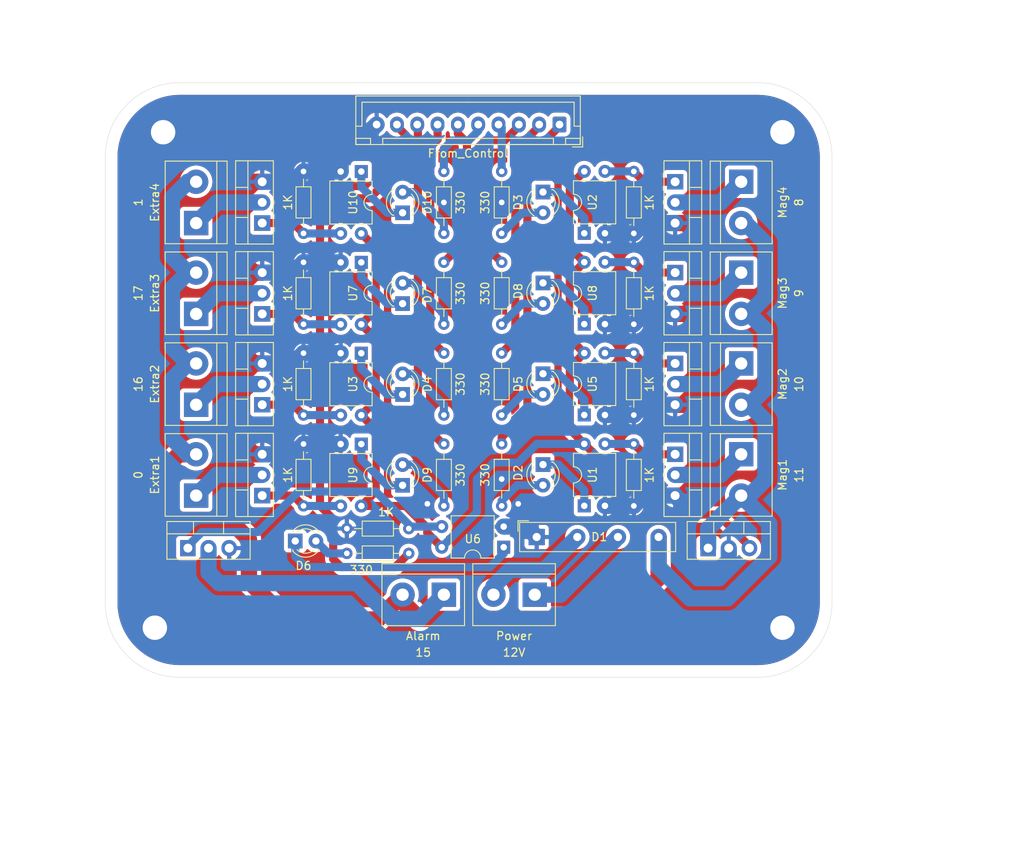
<source format=kicad_pcb>
(kicad_pcb (version 20240108) (generator "pcbnew") (generator_version "8.0")
  (layers (0 "F.Cu" signal) (31 "B.Cu" signal) (34 "B.Paste" user) (35 "F.Paste" user) (36 "B.SilkS" user "B.Silkscreen") (37 "F.SilkS" user "F.Silkscreen") (38 "B.Mask" user) (39 "F.Mask" user) (44 "Edge.Cuts" user))
  (net 0 "")
  (net 1 "GND")
  (net 2 "/Pwr1")
  (net 3 "/Rect_Out_12v")
  (net 4 "/Pwr1_Gnd")
  (net 5 "Net-(D2-K)")
  (net 6 "Net-(D2-A)")
  (net 7 "Net-(D3-K)")
  (net 8 "Net-(D3-A)")
  (net 9 "Net-(D4-K)")
  (net 10 "Net-(D4-A)")
  (net 11 "Net-(D5-A)")
  (net 12 "Net-(D5-K)")
  (net 13 "Net-(D6-A)")
  (net 14 "Net-(D6-K)")
  (net 15 "Net-(D7-A)")
  (net 16 "Net-(D7-K)")
  (net 17 "Net-(D8-A)")
  (net 18 "Net-(D8-K)")
  (net 19 "Net-(D9-K)")
  (net 20 "Net-(D9-A)")
  (net 21 "Net-(D10-K)")
  (net 22 "Net-(D10-A)")
  (net 23 "/mag1_gnd")
  (net 24 "/mag4_gnd")
  (net 25 "/extra2_gnd")
  (net 26 "/15")
  (net 27 "/11")
  (net 28 "/8")
  (net 29 "/1")
  (net 30 "/16")
  (net 31 "/0")
  (net 32 "/17")
  (net 33 "/10")
  (net 34 "/9")
  (net 35 "/mag2_gnd")
  (net 36 "/alarm_gnd")
  (net 37 "/extra3_gnd")
  (net 38 "/mag3_gnd")
  (net 39 "/extra1_gnd")
  (net 40 "/extra4_gnd")
  (net 41 "Net-(Q1-G)")
  (net 42 "Net-(Q2-G)")
  (net 43 "Net-(Q3-G)")
  (net 44 "Net-(Q4-G)")
  (net 45 "Net-(Q5-G)")
  (net 46 "Net-(Q6-G)")
  (net 47 "Net-(Q7-G)")
  (net 48 "Net-(Q8-G)")
  (net 49 "Net-(Q9-G)")
  (net 50 "/Rect_Out_5v")
  (footprint "MyLibrary:TerminalBlock_bornier-2_P5.08mm" (layer "F.Cu") (at 129.796 50.812 -90)
    (property "Reference" "Mag4")
    (property "Value" "Mag4")
  )
  (footprint "Package_DIP:DIP-4_W7.62mm" (layer "F.Cu") (at 100.576 95.775 180)
    (property "Reference" "U6")
    (property "Value" "EL817")
  )
  (footprint "Package_TO_SOT_THT:TO-220-3_Vertical" (layer "F.Cu") (at 70.868 78.244 90)
    (property "Reference" "Q3" (hide yes))
    (property "Value" "IRF9540N")
  )
  (footprint "Resistor_THT:R_Axial_DIN0204_L3.6mm_D1.6mm_P7.62mm_Horizontal" (layer "F.Cu") (at 100.332 49.542 -90)
    (property "Reference" "330")
    (property "Value" "330")
  )
  (footprint "Package_TO_SOT_THT:TO-220-3_Vertical" (layer "F.Cu") (at 121.668 84.34 -90)
    (property "Reference" "Q1" (hide yes))
    (property "Value" "IRF9540N")
  )
  (footprint "MyLibrary:TerminalBlock_bornier-2_P5.08mm" (layer "F.Cu") (at 93.22 101.612 180)
    (property "Reference" "Alarm")
    (property "Value" "Alarm")
  )
  (footprint "Package_DIP:DIP-4_W7.62mm" (layer "F.Cu") (at 110.492 68.328 90)
    (property "Reference" "U8")
    (property "Value" "EL817")
  )
  (footprint "LED_THT:LED_D3.0mm" (layer "F.Cu") (at 105.412 74.429 -90)
    (property "Reference" "D5")
    (property "Value" "LED")
  )
  (footprint "Resistor_THT:R_Axial_DIN0204_L3.6mm_D1.6mm_P7.62mm_Horizontal" (layer "F.Cu") (at 93.22 71.894 -90)
    (property "Reference" "330")
    (property "Value" "330")
  )
  (footprint "Package_DIP:DIP-4_W7.62mm" (layer "F.Cu") (at 110.492 90.68 90)
    (property "Reference" "U1")
    (property "Value" "EL817")
  )
  (footprint "Resistor_THT:R_Axial_DIN0204_L3.6mm_D1.6mm_P7.62mm_Horizontal" (layer "F.Cu") (at 75.948 68.338 90)
    (property "Reference" "1K")
    (property "Value" "1K")
  )
  (footprint "Resistor_THT:R_Axial_DIN0204_L3.6mm_D1.6mm_P7.62mm_Horizontal" (layer "F.Cu") (at 100.332 83.07 -90)
    (property "Reference" "330")
    (property "Value" "330")
  )
  (footprint "MyLibrary:TerminalBlock_bornier-2_P5.08mm" (layer "F.Cu") (at 129.796 84.34 -90)
    (property "Reference" "Mag1")
    (property "Value" "Mag1")
  )
  (footprint "Package_TO_SOT_THT:TO-220-3_Vertical" (layer "F.Cu") (at 121.668 61.988 -90)
    (property "Reference" "Q7" (hide yes))
    (property "Value" "IRF9540N")
  )
  (footprint "LED_THT:LED_D3.0mm" (layer "F.Cu") (at 88.14 65.803 90)
    (property "Reference" "D7")
    (property "Value" "LED")
  )
  (footprint "Package_TO_SOT_THT:TO-220-3_Vertical" (layer "F.Cu") (at 61.724 95.8825)
    (property "Reference" "Q5" (hide yes))
    (property "Value" "IRF9540N")
  )
  (footprint "MyLibrary:TerminalBlock_bornier-2_P5.08mm" (layer "F.Cu") (at 104.396 101.612 180)
    (property "Reference" "Power")
    (property "Value" "main_power")
  )
  (footprint "LED_THT:LED_D3.0mm" (layer "F.Cu") (at 105.412 85.605 -90)
    (property "Reference" "D2")
    (property "Value" "LED")
  )
  (footprint "Package_TO_SOT_THT:TO-220-3_Vertical" (layer "F.Cu") (at 70.868 67.068 90)
    (property "Reference" "Q6" (hide yes))
    (property "Value" "IRF9540N")
  )
  (footprint "Package_TO_SOT_THT:TO-220-3_Vertical" (layer "F.Cu") (at 70.868 89.42 90)
    (property "Reference" "Q8" (hide yes))
    (property "Value" "IRF9540N")
  )
  (footprint "Resistor_THT:R_Axial_DIN0204_L3.6mm_D1.6mm_P7.62mm_Horizontal" (layer "F.Cu") (at 100.332 71.894 -90)
    (property "Reference" "330")
    (property "Value" "330")
  )
  (footprint "Package_DIP:DIP-4_W7.62mm" (layer "F.Cu") (at 110.492 57.152 90)
    (property "Reference" "U2")
    (property "Value" "EL817")
  )
  (footprint "MyLibrary:TerminalBlock_bornier-2_P5.08mm" (layer "F.Cu") (at 129.796 61.988 -90)
    (property "Reference" "Mag3")
    (property "Value" "Mag3")
  )
  (footprint "Package_TO_SOT_THT:TO-220-3_Vertical" (layer "F.Cu") (at 125.732 95.8825)
    (property "Reference" "U4" (hide yes))
    (property "Value" "L7805")
  )
  (footprint "LED_THT:LED_D3.0mm" (layer "F.Cu") (at 105.412 63.253 -90)
    (property "Reference" "D8")
    (property "Value" "LED")
  )
  (footprint "MyLibrary:TerminalBlock_bornier-2_P5.08mm" (layer "F.Cu") (at 129.796 73.164 -90)
    (property "Reference" "Mag2")
    (property "Value" "Mag2")
  )
  (footprint "Package_TO_SOT_THT:TO-220-3_Vertical" (layer "F.Cu") (at 70.868 55.892 90)
    (property "Reference" "Q9" (hide yes))
    (property "Value" "IRF9540N")
  )
  (footprint "Diode_THT:Diode_Bridge_19.0x3.5x10.0mm_P5.0mm" (layer "F.Cu") (at 104.636 94.5175)
    (property "Reference" "D1")
    (property "Value" "B40C2300-1500A")
  )
  (footprint "Resistor_THT:R_Axial_DIN0204_L3.6mm_D1.6mm_P7.62mm_Horizontal" (layer "F.Cu") (at 75.948 79.514 90)
    (property "Reference" "1K")
    (property "Value" "1K")
  )
  (footprint "Resistor_THT:R_Axial_DIN0204_L3.6mm_D1.6mm_P7.62mm_Horizontal" (layer "F.Cu") (at 88.902 96.532 180)
    (property "Reference" "330")
    (property "Value" "330")
  )
  (footprint "Package_TO_SOT_THT:TO-220-3_Vertical" (layer "F.Cu") (at 121.668 50.812 -90)
    (property "Reference" "Q2" (hide yes))
    (property "Value" "IRF9540N")
  )
  (footprint "LED_THT:LED_D3.0mm" (layer "F.Cu") (at 88.14 88.155 90)
    (property "Reference" "D9")
    (property "Value" "LED")
  )
  (footprint "Resistor_THT:R_Axial_DIN0204_L3.6mm_D1.6mm_P7.62mm_Horizontal" (layer "F.Cu") (at 116.588 83.07 -90)
    (property "Reference" "1K")
    (property "Value" "1K")
  )
  (footprint "MyLibrary:TerminalBlock_bornier-2_P5.08mm" (layer "F.Cu") (at 62.74 89.42 90)
    (property "Reference" "Extra1")
    (property "Value" "Extra1")
  )
  (footprint "Package_DIP:DIP-4_W7.62mm" (layer "F.Cu") (at 83.06 60.728 -90)
    (property "Reference" "U7")
    (property "Value" "EL817")
  )
  (footprint "Package_DIP:DIP-4_W7.62mm" (layer "F.Cu") (at 83.06 49.552 -90)
    (property "Reference" "U10")
    (property "Value" "EL817")
  )
  (footprint "LED_THT:LED_D3.0mm" (layer "F.Cu") (at 88.14 76.979 90)
    (property "Reference" "D4")
    (property "Value" "LED")
  )
  (footprint "LED_THT:LED_D3.0mm" (layer "F.Cu") (at 74.932 95.008)
    (property "Reference" "D6")
    (property "Value" "LED")
  )
  (footprint "Resistor_THT:R_Axial_DIN0204_L3.6mm_D1.6mm_P7.62mm_Horizontal" (layer "F.Cu") (at 116.588 49.542 -90)
    (property "Reference" "1K")
    (property "Value" "1K")
  )
  (footprint "Resistor_THT:R_Axial_DIN0204_L3.6mm_D1.6mm_P7.62mm_Horizontal" (layer "F.Cu") (at 93.22 83.07 -90)
    (property "Reference" "330")
    (property "Value" "330")
  )
  (footprint "Resistor_THT:R_Axial_DIN0204_L3.6mm_D1.6mm_P7.62mm_Horizontal" (layer "F.Cu") (at 93.22 49.542 -90)
    (property "Reference" "330")
    (property "Value" "330")
  )
  (footprint "Package_DIP:DIP-4_W7.62mm" (layer "F.Cu") (at 83.06 71.904 -90)
    (property "Reference" "U3")
    (property "Value" "EL817")
  )
  (footprint "Package_TO_SOT_THT:TO-220-3_Vertical" (layer "F.Cu") (at 121.668 73.164 -90)
    (property "Reference" "Q4" (hide yes))
    (property "Value" "IRF9540N")
  )
  (footprint "Resistor_THT:R_Axial_DIN0204_L3.6mm_D1.6mm_P7.62mm_Horizontal" (layer "F.Cu") (at 100.332 60.718 -90)
    (property "Reference" "330")
    (property "Value" "330")
  )
  (footprint "Resistor_THT:R_Axial_DIN0204_L3.6mm_D1.6mm_P7.62mm_Horizontal" (layer "F.Cu") (at 116.588 60.718 -90)
    (property "Reference" "1K")
    (property "Value" "1K")
  )
  (footprint "Resistor_THT:R_Axial_DIN0204_L3.6mm_D1.6mm_P7.62mm_Horizontal" (layer "F.Cu") (at 93.22 60.718 -90)
    (property "Reference" "330")
    (property "Value" "330")
  )
  (footprint "MyLibrary:TerminalBlock_bornier-2_P5.08mm" (layer "F.Cu") (at 62.74 55.892 90)
    (property "Reference" "Extra4")
    (property "Value" "Extra4")
  )
  (footprint "Resistor_THT:R_Axial_DIN0204_L3.6mm_D1.6mm_P7.62mm_Horizontal" (layer "F.Cu") (at 116.588 71.894 -90)
    (property "Reference" "1K")
    (property "Value" "1K")
  )
  (footprint "MyLibrary:TerminalBlock_bornier-2_P5.08mm" (layer "F.Cu") (at 62.74 78.244 90)
    (property "Reference" "Extra2")
    (property "Value" "Extra2")
  )
  (footprint "Resistor_THT:R_Axial_DIN0204_L3.6mm_D1.6mm_P7.62mm_Horizontal" (layer "F.Cu") (at 75.948 57.162 90)
    (property "Reference" "1K")
    (property "Value" "1K")
  )
  (footprint "MyLibrary:TerminalBlock_bornier-2_P5.08mm" (layer "F.Cu") (at 62.74 67.068 90)
    (property "Reference" "Extra3")
    (property "Value" "Extra3")
  )
  (footprint "Resistor_THT:R_Axial_DIN0204_L3.6mm_D1.6mm_P7.62mm_Horizontal" (layer "F.Cu") (at 88.902 93.484 180)
    (property "Reference" "1K")
    (property "Value" "1K")
  )
  (footprint "Connector_JST:JST_XH_B10B-XH-A_1x10_P2.50mm_Vertical" (layer "F.Cu") (at 107.444 43.772 180)
    (property "Reference" "From_Control")
    (property "Value" "from_control")
  )
  (footprint "LED_THT:LED_D3.0mm" (layer "F.Cu") (at 88.14 54.627 90)
    (property "Reference" "D10")
    (property "Value" "LED")
  )
  (footprint "Resistor_THT:R_Axial_DIN0204_L3.6mm_D1.6mm_P7.62mm_Horizontal" (layer "F.Cu") (at 75.948 90.69 90)
    (property "Reference" "1K")
    (property "Value" "1K")
  )
  (footprint "Package_DIP:DIP-4_W7.62mm" (layer "F.Cu") (at 83.06 83.08 -90)
    (property "Reference" "U9")
    (property "Value" "EL817")
  )
  (footprint "LED_THT:LED_D3.0mm" (layer "F.Cu") (at 105.412 52.077 -90)
    (property "Reference" "D3")
    (property "Value" "LED")
  )
  (footprint "Package_DIP:DIP-4_W7.62mm" (layer "F.Cu") (at 110.492 79.504 90)
    (property "Reference" "U5")
    (property "Value" "EL817")
  )
  (gr_line (start 140.972 47.764) (end 140.972 102.628) (stroke (width 0.05)) (layer "Edge.Cuts"))
  (gr_line (start 51.564 102.628) (end 51.564 47.764) (stroke (width 0.05)) (layer "Edge.Cuts"))
  (gr_arc (start 140.972 102.628) (mid 138.293784 109.093784) (end 131.828 111.772) (stroke (width 0.05)) (layer "Edge.Cuts"))
  (gr_arc (start 60.708 111.772) (mid 54.242216 109.093784) (end 51.564 102.628) (stroke (width 0.05)) (layer "Edge.Cuts"))
  (gr_line (start 131.828 111.772) (end 60.708 111.772) (stroke (width 0.05)) (layer "Edge.Cuts"))
  (gr_line (start 60.708 38.62) (end 131.828 38.62) (stroke (width 0.05)) (layer "Edge.Cuts"))
  (gr_arc (start 131.828 38.62) (mid 138.293784 41.298216) (end 140.972 47.764) (stroke (width 0.05)) (layer "Edge.Cuts"))
  (gr_arc (start 51.564 47.764) (mid 54.242216 41.298216) (end 60.708 38.62) (stroke (width 0.05)) (layer "Edge.Cuts"))
  (gr_text "17" (at 55.628 64.528 90) (layer "F.SilkS") (effects (font (size 1 1))))
  (gr_text "1" (at 55.628 53.352001 90) (layer "F.SilkS") (effects (font (size 1 1))))
  (gr_text "9" (at 136.908 64.528001 90) (layer "F.SilkS") (effects (font (size 1 1))))
  (gr_text "8\n" (at 136.908 53.352001 90) (layer "F.SilkS") (effects (font (size 1 1))))
  (gr_text "11" (at 136.908 86.88 90) (layer "F.SilkS") (effects (font (size 1 1))))
  (gr_text "12V" (at 101.856 108.724 0) (layer "F.SilkS") (effects (font (size 1 1))))
  (gr_text "16\n" (at 55.628 75.704 90) (layer "F.SilkS") (effects (font (size 1 1))))
  (gr_text "10" (at 136.908 75.704 90) (layer "F.SilkS") (effects (font (size 1 1))))
  (gr_text "15" (at 90.68 108.724 0) (layer "F.SilkS") (effects (font (size 1 1))))
  (gr_text "0" (at 55.628 86.880001 90) (layer "F.SilkS") (effects (font (size 1 1))))
  (segment (start 69.920426 61.988) (end 68.388 63.520426) (width 2) (layer "F.Cu") (net 1))
  (segment (start 69.920426 50.812) (end 68.388 52.344426) (width 2) (layer "F.Cu") (net 1))
  (segment (start 124.148 87.92) (end 122.648 89.42) (width 2) (layer "F.Cu") (net 1))
  (segment (start 68.388 52.344426) (end 68.388 60.524) (width 2) (layer "F.Cu") (net 1))
  (segment (start 68.388 71.7) (end 69.852 73.164) (width 2) (layer "F.Cu") (net 1))
  (segment (start 69.852 61.988) (end 70.868 61.988) (width 2) (layer "F.Cu") (net 1))
  (segment (start 124.148 68.216) (end 124.148 76.711574) (width 2) (layer "F.Cu") (net 1))
  (segment (start 69.852 84.34) (end 70.868 84.34) (width 2) (layer "F.Cu") (net 1))
  (segment (start 68.388 63.520426) (end 68.388 71.7) (width 2) (layer "F.Cu") (net 1))
  (segment (start 70.868 73.164) (end 69.920426 73.164) (width 2) (layer "F.Cu") (net 1))
  (segment (start 68.388 82.876) (end 69.852 84.34) (width 2) (layer "F.Cu") (net 1))
  (segment (start 124.148 65.92) (end 123 67.068) (width 2) (layer "F.Cu") (net 1))
  (segment (start 68.388 74.696426) (end 68.388 82.876) (width 2) (layer "F.Cu") (net 1))
  (segment (start 123.268 78.244) (end 124.148 79.124) (width 2) (layer "F.Cu") (net 1))
  (segment (start 121.668 78.244) (end 123.268 78.244) (width 2) (layer "F.Cu") (net 1))
  (segment (start 124.148 76.711574) (end 122.615574 78.244) (width 2) (layer "F.Cu") (net 1))
  (segment (start 69.852 73.164) (end 70.868 73.164) (width 2) (layer "F.Cu") (net 1))
  (segment (start 122.648 89.42) (end 121.668 89.42) (width 2) (layer "F.Cu") (net 1))
  (segment (start 124.148 57.124) (end 124.148 65.92) (width 2) (layer "F.Cu") (net 1))
  (segment (start 70.868 61.988) (end 69.920426 61.988) (width 2) (layer "F.Cu") (net 1))
  (segment (start 69.920426 73.164) (end 68.388 74.696426) (width 2) (layer "F.Cu") (net 1))
  (segment (start 123 67.068) (end 124.148 68.216) (width 2) (layer "F.Cu") (net 1))
  (segment (start 122.916 55.892) (end 124.148 57.124) (width 2) (layer "F.Cu") (net 1))
  (segment (start 121.668 55.892) (end 122.916 55.892) (width 2) (layer "F.Cu") (net 1))
  (segment (start 124.148 79.124) (end 124.148 87.92) (width 2) (layer "F.Cu") (net 1))
  (segment (start 70.868 50.812) (end 69.920426 50.812) (width 2) (layer "F.Cu") (net 1))
  (segment (start 122.615574 78.244) (end 121.668 78.244) (width 2) (layer "F.Cu") (net 1))
  (segment (start 68.388 60.524) (end 69.852 61.988) (width 2) (layer "F.Cu") (net 1))
  (segment (start 123 67.068) (end 121.668 67.068) (width 2) (layer "F.Cu") (net 1))
  (via (at 134.876 105.676) (size 5) (drill 3) (layers "F.Cu" "B.Cu") (net 1))
  (via (at 58.676 44.716) (size 5) (drill 3) (layers "F.Cu" "B.Cu") (net 1))
  (via (at 100.332 53.352) (size 1.4) (drill 0.7) (layers "F.Cu" "B.Cu") (net 1))
  (via (at 57.66 105.676) (size 5) (drill 3) (layers "F.Cu" "B.Cu") (net 1))
  (via (at 100.332 87.388) (size 1.4) (drill 0.7) (layers "F.Cu" "B.Cu") (net 1))
  (via (at 93.22 53.352) (size 1.4) (drill 0.7) (layers "F.Cu" "B.Cu") (net 1))
  (via (at 102.364 90.436) (size 1.4) (drill 0.7) (layers "F.Cu" "B.Cu") (net 1))
  (via (at 134.876 44.716) (size 5) (drill 3) (layers "F.Cu" "B.Cu") (net 1))
  (via (at 91.188 90.436) (size 1.4) (drill 0.7) (layers "F.Cu" "B.Cu") (net 1))
  (segment (start 80.52 49.552) (end 75.958 49.552) (width 2) (layer "B.Cu") (net 1))
  (segment (start 117.858 89.42) (end 116.588 90.69) (width 2) (layer "B.Cu") (net 1))
  (segment (start 100.576 93.235) (end 103.3535 93.235) (width 2) (layer "B.Cu") (net 1))
  (segment (start 116.578 90.68) (end 116.588 90.69) (width 2) (layer "B.Cu") (net 1))
  (segment (start 121.668 67.068) (end 117.858 67.068) (width 2) (layer "B.Cu") (net 1))
  (segment (start 70.868 50.812) (end 74.678 50.812) (width 2) (layer "B.Cu") (net 1))
  (segment (start 117.858 55.892) (end 116.588 57.162) (width 2) (layer "B.Cu") (net 1))
  (segment (start 70.868 73.164) (end 74.678 73.164) (width 2) (layer "B.Cu") (net 1))
  (segment (start 121.668 89.42) (end 117.858 89.42) (width 2) (layer "B.Cu") (net 1))
  (segment (start 117.858 78.244) (end 116.588 79.514) (width 2) (layer "B.Cu") (net 1))
  (segment (start 122.684 90.436) (end 121.668 89.42) (width 2) (layer "B.Cu") (net 1))
  (segment (start 70.868 61.988) (end 74.678 61.988) (width 2) (layer "B.Cu") (net 1))
  (segment (start 75.958 83.08) (end 75.948 83.07) (width 2) (layer "B.Cu") (net 1))
  (segment (start 103.3535 93.235) (end 104.636 94.5175) (width 2) (layer "B.Cu") (net 1))
  (segment (start 128.272 95.8825) (end 128.272 98.255) (width 2) (layer "B.Cu") (net 1))
  (segment (start 80.52 60.728) (end 75.958 60.728) (width 2) (layer "B.Cu") (net 1))
  (segment (start 126.947 99.58) (end 124.517 99.58) (width 2) (layer "B.Cu") (net 1))
  (segment (start 113.032 57.152) (end 116.578 57.152) (width 2) (layer "B.Cu") (net 1))
  (segment (start 116.578 57.152) (end 116.588 57.162) (width 2) (layer "B.Cu") (net 1))
  (segment (start 80.52 83.08) (end 75.958 83.08) (width 2) (layer "B.Cu") (net 1))
  (segment (start 75.958 49.552) (end 75.948 49.542) (width 2) (layer "B.Cu") (net 1))
  (segment (start 128.272 98.255) (end 126.947 99.58) (width 2) (layer "B.Cu") (net 1))
  (segment (start 113.032 79.504) (end 116.578 79.504) (width 2) (layer "B.Cu") (net 1))
  (segment (start 84.944 43.772) (end 80.52 48.196) (width 2) (layer "B.Cu") (net 1))
  (segment (start 75.958 71.904) (end 75.948 71.894) (width 2) (layer "B.Cu") (net 1))
  (segment (start 70.868 84.34) (end 74.678 84.34) (width 2) (layer "B.Cu") (net 1))
  (segment (start 80.52 71.904) (end 75.958 71.904) (width 2) (layer "B.Cu") (net 1))
  (segment (start 116.578 79.504) (end 116.588 79.514) (width 2) (layer "B.Cu") (net 1))
  (segment (start 121.668 78.244) (end 117.858 78.244) (width 2) (layer "B.Cu") (net 1))
  (segment (start 80.52 48.196) (end 80.52 49.552) (width 2) (layer "B.Cu") (net 1))
  (segment (start 122.684 97.747) (end 122.684 90.436) (width 2) (layer "B.Cu") (net 1))
  (segment (start 116.578 68.328) (end 116.588 68.338) (width 2) (layer "B.Cu") (net 1))
  (segment (start 113.032 68.328) (end 116.578 68.328) (width 2) (layer "B.Cu") (net 1))
  (segment (start 121.668 55.892) (end 117.858 55.892) (width 2) (layer "B.Cu") (net 1))
  (segment (start 75.958 60.728) (end 75.948 60.718) (width 2) (layer "B.Cu") (net 1))
  (segment (start 74.678 84.34) (end 75.948 83.07) (width 2) (layer "B.Cu") (net 1))
  (segment (start 74.678 73.164) (end 75.948 71.894) (width 2) (layer "B.Cu") (net 1))
  (segment (start 113.032 90.68) (end 116.578 90.68) (width 2) (layer "B.Cu") (net 1))
  (segment (start 117.858 67.068) (end 116.588 68.338) (width 2) (layer "B.Cu") (net 1))
  (segment (start 74.678 50.812) (end 75.948 49.542) (width 2) (layer "B.Cu") (net 1))
  (segment (start 124.517 99.58) (end 122.684 97.747) (width 2) (layer "B.Cu") (net 1))
  (segment (start 74.678 61.988) (end 75.948 60.718) (width 2) (layer "B.Cu") (net 1))
  (segment (start 101.348 98.564) (end 105.5895 98.564) (width 2) (layer "B.Cu") (net 2))
  (segment (start 105.5895 98.564) (end 109.636 94.5175) (width 2) (layer "B.Cu") (net 2))
  (segment (start 99.316 100.596) (end 101.348 98.564) (width 2) (layer "B.Cu") (net 2))
  (segment (start 99.316 101.612) (end 99.316 100.596) (width 2) (layer "B.Cu") (net 2))
  (segment (start 59.2915 92.0675) (end 60.6265 93.4025) (width 2) (layer "F.Cu") (net 3))
  (segment (start 114.624 104.592) (end 119.636 99.58) (width 2) (layer "F.Cu") (net 3))
  (segment (start 69.2365 99.9805) (end 73.916 104.66) (width 2) (layer "F.Cu") (net 3))
  (segment (start 60.61868 84.34) (end 59.2915 85.66718) (width 2) (layer "F.Cu") (net 3))
  (segment (start 67.811574 93.4025) (end 69.2365 94.827426) (width 2) (layer "F.Cu") (net 3))
  (segment (start 60.6265 93.4025) (end 67.811574 93.4025) (width 2) (layer "F.Cu") (net 3))
  (segment (start 73.916 104.66) (end 85.092 104.66) (width 2) (layer "F.Cu") (net 3))
  (segment (start 62.74 84.34) (end 60.61868 84.34) (width 2) (layer "F.Cu") (net 3))
  (segment (start 69.2365 94.827426) (end 69.2365 99.9805) (width 2) (layer "F.Cu") (net 3))
  (segment (start 88.14 102.492) (end 90.24 104.592) (width 2) (layer "F.Cu") (net 3))
  (segment (start 119.636 99.58) (end 119.636 94.5175) (width 2) (layer "F.Cu") (net 3))
  (segment (start 85.092 104.66) (end 88.14 101.612) (width 2) (layer "F.Cu") (net 3))
  (segment (start 88.14 101.612) (end 88.14 102.492) (width 2) (layer "F.Cu") (net 3))
  (segment (start 59.2915 85.66718) (end 59.2915 92.0675) (width 2) (layer "F.Cu") (net 3))
  (segment (start 90.24 104.592) (end 114.624 104.592) (width 2) (layer "F.Cu") (net 3))
  (segment (start 130.812 67.068) (end 132.776 69.032) (width 2) (layer "B.Cu") (net 3))
  (segment (start 129.796 55.892) (end 130.304 55.892) (width 2) (layer "B.Cu") (net 3))
  (segment (start 133.2445 96.937574) (end 133.2445 92.8685) (width 2) (layer "B.Cu") (net 3))
  (segment (start 61.724 84.34) (end 62.74 84.34) (width 2) (layer "B.Cu") (net 3))
  (segment (start 123.48975 102.06) (end 128.122074 102.06) (width 2) (layer "B.Cu") (net 3))
  (segment (start 130.812 89.42) (end 129.796 89.42) (width 2) (layer "B.Cu") (net 3))
  (segment (start 130.812 78.244) (end 132.776 80.208) (width 2) (layer "B.Cu") (net 3))
  (segment (start 132.776 69.032) (end 132.776 76.28) (width 2) (layer "B.Cu") (net 3))
  (segment (start 133.2445 92.8685) (end 129.796 89.42) (width 2) (layer "B.Cu") (net 3))
  (segment (start 61.724 50.812) (end 59.76 52.776) (width 2) (layer "B.Cu") (net 3))
  (segment (start 59.76 82.376) (end 61.724 84.34) (width 2) (layer "B.Cu") (net 3))
  (segment (start 61.724 73.164) (end 59.76 75.128) (width 2) (layer "B.Cu") (net 3))
  (segment (start 59.76 63.952) (end 59.76 71.2) (width 2) (layer "B.Cu") (net 3))
  (segment (start 61.724 61.988) (end 59.76 63.952) (width 2) (layer "B.Cu") (net 3))
  (segment (start 59.76 75.128) (end 59.76 82.376) (width 2) (layer "B.Cu") (net 3))
  (segment (start 119.636 94.5175) (end 119.636 98.20625) (width 2) (layer "B.Cu") (net 3))
  (segment (start 130.676 67.068) (end 129.796 67.068) (width 2) (layer "B.Cu") (net 3))
  (segment (start 132.776 87.456) (end 130.812 89.42) (width 2) (layer "B.Cu") (net 3))
  (segment (start 132.776 76.28) (end 130.812 78.244) (width 2) (layer "B.Cu") (net 3))
  (segment (start 59.76 52.776) (end 59.76 60.024) (width 2) (layer "B.Cu") (net 3))
  (segment (start 61.724 73.164) (end 62.74 73.164) (width 2) (layer "B.Cu") (net 3))
  (segment (start 129.796 67.068) (end 130.812 67.068) (width 2) (layer "B.Cu") (net 3))
  (segment (start 59.76 60.024) (end 61.724 61.988) (width 2) (layer "B.Cu") (net 3))
  (segment (start 132.776 64.968) (end 130.676 67.068) (width 2) (layer "B.Cu") (net 3))
  (segment (start 62.74 50.812) (end 61.724 50.812) (width 2) (layer "B.Cu") (net 3))
  (segment (start 130.812 78.244) (end 129.796 78.244) (width 2) (layer "B.Cu") (net 3))
  (segment (start 130.304 55.892) (end 132.776 58.364) (width 2) (layer "B.Cu") (net 3))
  (segment (start 62.74 61.988) (end 61.724 61.988) (width 2) (layer "B.Cu") (net 3))
  (segment (start 125.732 95.8825) (end 125.732 93.484) (width 2) (layer "B.Cu") (net 3))
  (segment (start 125.732 93.484) (end 129.796 89.42) (width 2) (layer "B.Cu") (net 3))
  (segment (start 119.636 98.20625) (end 123.48975 102.06) (width 2) (layer "B.Cu") (net 3))
  (segment (start 128.122074 102.06) (end 133.2445 96.937574) (width 2) (layer "B.Cu") (net 3))
  (segment (start 132.776 58.364) (end 132.776 64.968) (width 2) (layer "B.Cu") (net 3))
  (segment (start 59.76 71.2) (end 61.724 73.164) (width 2) (layer "B.Cu") (net 3))
  (segment (start 132.776 80.208) (end 132.776 87.456) (width 2) (layer "B.Cu") (net 3))
  (segment (start 114.636 94.5175) (end 107.5415 101.612) (width 2) (layer "B.Cu") (net 4))
  (segment (start 107.5415 101.612) (end 104.396 101.612) (width 2) (layer "B.Cu") (net 4))
  (segment (start 110.492 88.785) (end 110.492 90.68) (width 1) (layer "B.Cu") (net 5))
  (segment (start 105.412 85.605) (end 107.312 85.605) (width 1) (layer "B.Cu") (net 5))
  (segment (start 107.312 85.605) (end 110.492 88.785) (width 1) (layer "B.Cu") (net 5))
  (segment (start 105.412 88.145) (end 102.242 88.145) (width 1) (layer "B.Cu") (net 6))
  (segment (start 100.332 90.055) (end 100.332 90.69) (width 1) (layer "B.Cu") (net 6))
  (segment (start 102.242 88.145) (end 100.332 90.055) (width 1) (layer "B.Cu") (net 6))
  (segment (start 107.312 52.077) (end 110.492 55.257) (width 1) (layer "B.Cu") (net 7))
  (segment (start 110.492 55.257) (end 110.492 57.152) (width 1) (layer "B.Cu") (net 7))
  (segment (start 105.412 52.077) (end 107.312 52.077) (width 1) (layer "B.Cu") (net 7))
  (segment (start 105.412 54.617) (end 102.877 54.617) (width 1) (layer "B.Cu") (net 8))
  (segment (start 102.877 54.617) (end 100.332 57.162) (width 1) (layer "B.Cu") (net 8))
  (segment (start 88.14 76.979) (end 86.24 76.979) (width 1) (layer "B.Cu") (net 9))
  (segment (start 86.24 76.979) (end 83.06 73.799) (width 1) (layer "B.Cu") (net 9))
  (segment (start 83.06 73.799) (end 83.06 71.904) (width 1) (layer "B.Cu") (net 9))
  (segment (start 89.412792 74.439) (end 93.22 78.246208) (width 1) (layer "B.Cu") (net 10))
  (segment (start 93.22 78.246208) (end 93.22 79.514) (width 1) (layer "B.Cu") (net 10))
  (segment (start 88.14 74.439) (end 89.412792 74.439) (width 1) (layer "B.Cu") (net 10))
  (segment (start 105.412 76.969) (end 102.877 76.969) (width 1) (layer "B.Cu") (net 11))
  (segment (start 102.877 76.969) (end 100.332 79.514) (width 1) (layer "B.Cu") (net 11))
  (segment (start 110.492 77.609) (end 110.492 79.504) (width 1) (layer "B.Cu") (net 12))
  (segment (start 105.412 74.429) (end 107.312 74.429) (width 1) (layer "B.Cu") (net 12))
  (segment (start 107.312 74.429) (end 110.492 77.609) (width 1) (layer "B.Cu") (net 12))
  (segment (start 81.282 96.532) (end 78.996 96.532) (width 1) (layer "B.Cu") (net 13))
  (segment (start 78.996 96.532) (end 77.472 95.008) (width 1) (layer "B.Cu") (net 13))
  (segment (start 98.899858 98.212) (end 76.236 98.212) (width 1) (layer "B.Cu") (net 14))
  (segment (start 100.576 96.535858) (end 98.899858 98.212) (width 1) (layer "B.Cu") (net 14))
  (segment (start 74.932 96.908) (end 74.932 95.008) (width 1) (layer "B.Cu") (net 14))
  (segment (start 100.576 95.775) (end 100.576 96.535858) (width 1) (layer "B.Cu") (net 14))
  (segment (start 76.236 98.212) (end 74.932 96.908) (width 1) (layer "B.Cu") (net 14))
  (segment (start 93.22 67.070208) (end 93.22 68.338) (width 1) (layer "B.Cu") (net 15))
  (segment (start 88.14 63.263) (end 89.412792 63.263) (width 1) (layer "B.Cu") (net 15))
  (segment (start 89.412792 63.263) (end 93.22 67.070208) (width 1) (layer "B.Cu") (net 15))
  (segment (start 83.06 62.623) (end 83.06 60.728) (width 1) (layer "B.Cu") (net 16))
  (segment (start 86.24 65.803) (end 83.06 62.623) (width 1) (layer "B.Cu") (net 16))
  (segment (start 88.14 65.803) (end 86.24 65.803) (width 1) (layer "B.Cu") (net 16))
  (segment (start 102.877 65.793) (end 100.332 68.338) (width 1) (layer "B.Cu") (net 17))
  (segment (start 105.412 65.793) (end 102.877 65.793) (width 1) (layer "B.Cu") (net 17))
  (segment (start 110.492 66.433) (end 110.492 68.328) (width 1) (layer "B.Cu") (net 18))
  (segment (start 105.412 63.253) (end 107.312 63.253) (width 1) (layer "B.Cu") (net 18))
  (segment (start 107.312 63.253) (end 110.492 66.433) (width 1) (layer "B.Cu") (net 18))
  (segment (start 86.24 88.155) (end 83.06 84.975) (width 1) (layer "B.Cu") (net 19))
  (segment (start 83.06 84.975) (end 83.06 83.08) (width 1) (layer "B.Cu") (net 19))
  (segment (start 88.14 88.155) (end 86.24 88.155) (width 1) (layer "B.Cu") (net 19))
  (segment (start 89.412792 85.615) (end 93.22 89.422208) (width 1) (layer "B.Cu") (net 20))
  (segment (start 88.14 85.615) (end 89.412792 85.615) (width 1) (layer "B.Cu") (net 20))
  (segment (start 93.22 89.422208) (end 93.22 90.69) (width 1) (layer "B.Cu") (net 20))
  (segment (start 83.06 51.447) (end 83.06 49.552) (width 1) (layer "B.Cu") (net 21))
  (segment (start 86.24 54.627) (end 83.06 51.447) (width 1) (layer "B.Cu") (net 21))
  (segment (start 88.14 54.627) (end 86.24 54.627) (width 1) (layer "B.Cu") (net 21))
  (segment (start 89.412792 52.087) (end 93.22 55.894208) (width 1) (layer "B.Cu") (net 22))
  (segment (start 88.14 52.087) (end 89.412792 52.087) (width 1) (layer "B.Cu") (net 22))
  (segment (start 93.22 55.894208) (end 93.22 57.162) (width 1) (layer "B.Cu") (net 22))
  (segment (start 127.256 86.88) (end 121.668 86.88) (width 2) (layer "B.Cu") (net 23))
  (segment (start 129.796 84.34) (end 127.256 86.88) (width 2) (layer "B.Cu") (net 23))
  (segment (start 127.256 53.352) (end 121.668 53.352) (width 2) (layer "B.Cu") (net 24))
  (segment (start 129.796 50.812) (end 127.256 53.352) (width 2) (layer "B.Cu") (net 24))
  (segment (start 65.28 75.704) (end 70.868 75.704) (width 2) (layer "B.Cu") (net 25))
  (segment (start 62.74 78.244) (end 65.28 75.704) (width 2) (layer "B.Cu") (net 25))
  (segment (start 88.54 48.38) (end 84.076 52.844) (width 1) (layer "F.Cu") (net 26))
  (segment (start 87.444 43.772) (end 87.444 43.985011) (width 1) (layer "F.Cu") (net 26))
  (segment (start 77.98 55.892) (end 77.98 90.677301) (width 1) (layer "F.Cu") (net 26))
  (segment (start 88.54 45.081011) (end 88.54 48.38) (width 1) (layer "F.Cu") (net 26))
  (segment (start 81.028 52.844) (end 77.98 55.892) (width 1) (layer "F.Cu") (net 26))
  (segment (start 84.076 52.844) (end 81.028 52.844) (width 1) (layer "F.Cu") (net 26))
  (segment (start 87.222 98.212) (end 88.902 96.532) (width 1) (layer "F.Cu") (net 26))
  (segment (start 77.98 90.677301) (end 79.602 92.299301) (width 1) (layer "F.Cu") (net 26))
  (segment (start 80.586121 98.212) (end 87.222 98.212) (width 1) (layer "F.Cu") (net 26))
  (segment (start 79.602 92.299301) (end 79.602 97.227879) (width 1) (layer "F.Cu") (net 26))
  (segment (start 87.444 43.985011) (end 88.54 45.081011) (width 1) (layer "F.Cu") (net 26))
  (segment (start 79.602 97.227879) (end 80.586121 98.212) (width 1) (layer "F.Cu") (net 26))
  (segment (start 100.332 82.236) (end 103.492 79.076) (width 1) (layer "F.Cu") (net 27))
  (segment (start 103.492 47.530047) (end 105.290047 45.732) (width 1) (layer "F.Cu") (net 27))
  (segment (start 105.697011 45.732) (end 107.444 43.985011) (width 1) (layer "F.Cu") (net 27))
  (segment (start 107.444 43.985011) (end 107.444 43.772) (width 1) (layer "F.Cu") (net 27))
  (segment (start 103.492 79.076) (end 103.492 47.530047) (width 1) (layer "F.Cu") (net 27))
  (segment (start 105.290047 45.732) (end 105.697011 45.732) (width 1) (layer "F.Cu") (net 27))
  (segment (start 100.332 83.07) (end 100.332 82.236) (width 1) (layer "F.Cu") (net 27))
  (segment (start 100.332 44.16) (end 99.944 43.772) (width 1) (layer "B.Cu") (net 28))
  (segment (start 100.332 49.542) (end 100.332 44.16) (width 1) (layer "B.Cu") (net 28))
  (segment (start 94.236 45.732) (end 96.268 45.732) (width 1) (layer "B.Cu") (net 29))
  (segment (start 93.22 49.542) (end 93.22 46.748) (width 1) (layer "B.Cu") (net 29))
  (segment (start 97.444 44.556) (end 97.444 43.772) (width 1) (layer "B.Cu") (net 29))
  (segment (start 96.268 45.732) (end 97.444 44.556) (width 1) (layer "B.Cu") (net 29))
  (segment (start 93.22 46.748) (end 94.236 45.732) (width 1) (layer "B.Cu") (net 29))
  (segment (start 91.54 46.528) (end 92.444 45.624) (width 1) (layer "F.Cu") (net 30))
  (segment (start 92.444 45.624) (end 92.444 43.772) (width 1) (layer "F.Cu") (net 30))
  (segment (start 93.22 71.894) (end 91.54 70.214) (width 1) (layer "F.Cu") (net 30))
  (segment (start 91.54 70.214) (end 91.54 46.528) (width 1) (layer "F.Cu") (net 30))
  (segment (start 89.944 43.772) (end 90.02 43.848) (width 1) (layer "F.Cu") (net 31))
  (segment (start 93.094 83.07) (end 93.22 83.07) (width 1) (layer "F.Cu") (net 31))
  (segment (start 90.02 79.996) (end 93.094 83.07) (width 1) (layer "F.Cu") (net 31))
  (segment (start 90.02 43.848) (end 90.02 79.996) (width 1) (layer "F.Cu") (net 31))
  (segment (start 96.056 57.882) (end 96.056 45.992) (width 1) (layer "F.Cu") (net 32))
  (segment (start 96.056 45.992) (end 94.944 44.88) (width 1) (layer "F.Cu") (net 32))
  (segment (start 94.944 44.88) (end 94.944 43.772) (width 1) (layer "F.Cu") (net 32))
  (segment (start 93.22 60.718) (end 96.056 57.882) (width 1) (layer "F.Cu") (net 32))
  (segment (start 104.944 43.985011) (end 104.944 43.772) (width 1) (layer "F.Cu") (net 33))
  (segment (start 102.012 70.214) (end 102.012 46.917011) (width 1) (layer "F.Cu") (net 33))
  (segment (start 102.012 46.917011) (end 104.944 43.985011) (width 1) (layer "F.Cu") (net 33))
  (segment (start 100.332 71.894) (end 102.012 70.214) (width 1) (layer "F.Cu") (net 33))
  (segment (start 100.332 60.718) (end 97.536 57.922) (width 1) (layer "F.Cu") (net 34))
  (segment (start 97.536 46.496) (end 98.305 45.727) (width 1) (layer "F.Cu") (net 34))
  (segment (start 102.444 43.985011) (end 102.444 43.772) (width 1) (layer "F.Cu") (net 34))
  (segment (start 97.536 57.922) (end 97.536 46.496) (width 1) (layer "F.Cu") (net 34))
  (segment (start 98.305 45.727) (end 100.702011 45.727) (width 1) (layer "F.Cu") (net 34))
  (segment (start 100.702011 45.727) (end 102.444 43.985011) (width 1) (layer "F.Cu") (net 34))
  (segment (start 129.796 73.164) (end 127.256 75.704) (width 2) (layer "B.Cu") (net 35))
  (segment (start 127.256 75.704) (end 121.668 75.704) (width 2) (layer "B.Cu") (net 35))
  (segment (start 64.264 98.8825) (end 65.5735 100.192) (width 2) (layer "B.Cu") (net 36))
  (segment (start 86.905643 104.592) (end 90.24 104.592) (width 2) (layer "B.Cu") (net 36))
  (segment (start 90.24 104.592) (end 93.22 101.612) (width 2) (layer "B.Cu") (net 36))
  (segment (start 64.264 95.8825) (end 64.264 98.8825) (width 2) (layer "B.Cu") (net 36))
  (segment (start 82.505643 100.192) (end 86.905643 104.592) (width 2) (layer "B.Cu") (net 36))
  (segment (start 65.5735 100.192) (end 82.505643 100.192) (width 2) (layer "B.Cu") (net 36))
  (segment (start 62.74 67.068) (end 65.28 64.528) (width 2) (layer "B.Cu") (net 37))
  (segment (start 65.28 64.528) (end 70.868 64.528) (width 2) (layer "B.Cu") (net 37))
  (segment (start 129.796 61.988) (end 127.256 64.528) (width 2) (layer "B.Cu") (net 38))
  (segment (start 127.256 64.528) (end 121.668 64.528) (width 2) (layer "B.Cu") (net 38))
  (segment (start 65.28 86.88) (end 70.868 86.88) (width 2) (layer "B.Cu") (net 39))
  (segment (start 62.74 89.42) (end 65.28 86.88) (width 2) (layer "B.Cu") (net 39))
  (segment (start 62.74 55.892) (end 65.28 53.352) (width 2) (layer "B.Cu") (net 40))
  (segment (start 65.28 53.352) (end 70.868 53.352) (width 2) (layer "B.Cu") (net 40))
  (segment (start 117.858 84.34) (end 116.588 83.07) (width 1) (layer "F.Cu") (net 41))
  (segment (start 121.668 84.34) (end 117.858 84.34) (width 1) (layer "F.Cu") (net 41))
  (segment (start 116.578 83.06) (end 116.588 83.07) (width 1) (layer "B.Cu") (net 41))
  (segment (start 113.032 83.06) (end 116.578 83.06) (width 1) (layer "B.Cu") (net 41))
  (segment (start 117.858 50.812) (end 116.588 49.542) (width 1) (layer "F.Cu") (net 42))
  (segment (start 121.668 50.812) (end 117.858 50.812) (width 1) (layer "F.Cu") (net 42))
  (segment (start 116.578 49.532) (end 116.588 49.542) (width 1) (layer "B.Cu") (net 42))
  (segment (start 113.032 49.532) (end 116.578 49.532) (width 1) (layer "B.Cu") (net 42))
  (segment (start 74.678 78.244) (end 75.948 79.514) (width 1) (layer "F.Cu") (net 43))
  (segment (start 70.868 78.244) (end 74.678 78.244) (width 1) (layer "F.Cu") (net 43))
  (segment (start 80.52 79.524) (end 75.958 79.524) (width 1) (layer "B.Cu") (net 43))
  (segment (start 75.958 79.524) (end 75.948 79.514) (width 1) (layer "B.Cu") (net 43))
  (segment (start 117.858 73.164) (end 116.588 71.894) (width 1) (layer "F.Cu") (net 44))
  (segment (start 121.668 73.164) (end 117.858 73.164) (width 1) (layer "F.Cu") (net 44))
  (segment (start 116.578 71.884) (end 116.588 71.894) (width 1) (layer "B.Cu") (net 44))
  (segment (start 113.032 71.884) (end 116.578 71.884) (width 1) (layer "B.Cu") (net 44))
  (segment (start 84.841 88.92) (end 75.342121 88.92) (width 1) (layer "B.Cu") (net 45))
  (segment (start 63.443857 93.9025) (end 61.724 95.622357) (width 1) (layer "B.Cu") (net 45))
  (segment (start 61.724 95.622357) (end 61.724 95.8825) (width 1) (layer "B.Cu") (net 45))
  (segment (start 92.956 93.235) (end 89.156 93.235) (width 1) (layer "B.Cu") (net 45))
  (segment (start 89.156 93.235) (end 84.841 88.92) (width 1) (layer "B.Cu") (net 45))
  (segment (start 75.342121 88.92) (end 70.359621 93.9025) (width 1) (layer "B.Cu") (net 45))
  (segment (start 89.156 93.235) (end 89.151 93.235) (width 1) (layer "B.Cu") (net 45))
  (segment (start 70.359621 93.9025) (end 63.443857 93.9025) (width 1) (layer "B.Cu") (net 45))
  (segment (start 89.151 93.235) (end 88.902 93.484) (width 1) (layer "B.Cu") (net 45))
  (segment (start 70.868 67.068) (end 74.678 67.068) (width 1) (layer "F.Cu") (net 46))
  (segment (start 74.678 67.068) (end 75.948 68.338) (width 1) (layer "F.Cu") (net 46))
  (segment (start 75.958 68.348) (end 75.948 68.338) (width 1) (layer "B.Cu") (net 46))
  (segment (start 80.52 68.348) (end 75.958 68.348) (width 1) (layer "B.Cu") (net 46))
  (segment (start 121.668 61.988) (end 117.858 61.988) (width 1) (layer "F.Cu") (net 47))
  (segment (start 117.858 61.988) (end 116.588 60.718) (width 1) (layer "F.Cu") (net 47))
  (segment (start 116.578 60.708) (end 116.588 60.718) (width 1) (layer "B.Cu") (net 47))
  (segment (start 113.032 60.708) (end 116.578 60.708) (width 1) (layer "B.Cu") (net 47))
  (segment (start 70.868 89.42) (end 74.678 89.42) (width 1) (layer "F.Cu") (net 48))
  (segment (start 74.678 89.42) (end 75.948 90.69) (width 1) (layer "F.Cu") (net 48))
  (segment (start 80.52 90.7) (end 75.958 90.7) (width 1) (layer "B.Cu") (net 48))
  (segment (start 75.958 90.7) (end 75.948 90.69) (width 1) (layer "B.Cu") (net 48))
  (segment (start 70.868 55.892) (end 74.678 55.892) (width 1) (layer "F.Cu") (net 49))
  (segment (start 74.678 55.892) (end 75.948 57.162) (width 1) (layer "F.Cu") (net 49))
  (segment (start 75.958 57.172) (end 75.948 57.162) (width 1) (layer "B.Cu") (net 49))
  (segment (start 80.52 57.172) (end 75.958 57.172) (width 1) (layer "B.Cu") (net 49))
  (segment (start 130.812 95.642032) (end 126.920908 91.75094) (width 1) (layer "F.Cu") (net 50))
  (segment (start 108.712 73.664) (end 108.712 81.28) (width 1) (layer "F.Cu") (net 50))
  (segment (start 108.712 51.312) (end 108.712 58.928) (width 1) (layer "F.Cu") (net 50))
  (segment (start 130.812 95.8825) (end 130.812 95.642032) (width 1) (layer "F.Cu") (net 50))
  (segment (start 110.492 71.884) (end 108.712 73.664) (width 1) (layer "F.Cu") (net 50))
  (segment (start 83.06 79.524) (end 84.84 81.304) (width 1) (layer "F.Cu") (net 50))
  (segment (start 126.920908 91.75094) (end 121.198797 91.75094) (width 1) (layer "F.Cu") (net 50))
  (segment (start 114.287857 84.84) (end 112.272 84.84) (width 1) (layer "F.Cu") (net 50))
  (segment (start 121.198797 91.75094) (end 114.287857 84.84) (width 1) (layer "F.Cu") (net 50))
  (segment (start 108.712 81.28) (end 110.492 83.06) (width 1) (layer "F.Cu") (net 50))
  (segment (start 84.84 81.304) (end 84.84 88.92) (width 1) (layer "F.Cu") (net 50))
  (segment (start 84.84 70.128) (end 84.84 77.744) (width 1) (layer "F.Cu") (net 50))
  (segment (start 91.176 93.382121) (end 88.493879 90.7) (width 1) (layer "F.Cu") (net 50))
  (segment (start 92.956 95.775) (end 91.176 93.995) (width 1) (layer "F.Cu") (net 50))
  (segment (start 91.176 93.995) (end 91.176 93.382121) (width 1) (layer "F.Cu") (net 50))
  (segment (start 112.272 84.84) (end 110.492 83.06) (width 1) (layer "F.Cu") (net 50))
  (segment (start 84.84 88.92) (end 83.06 90.7) (width 1) (layer "F.Cu") (net 50))
  (segment (start 110.492 49.532) (end 108.712 51.312) (width 1) (layer "F.Cu") (net 50))
  (segment (start 83.06 57.172) (end 84.84 58.952) (width 1) (layer "F.Cu") (net 50))
  (segment (start 83.06 68.348) (end 84.84 70.128) (width 1) (layer "F.Cu") (net 50))
  (segment (start 110.492 60.708) (end 108.712 62.488) (width 1) (layer "F.Cu") (net 50))
  (segment (start 108.712 62.488) (end 108.712 70.104) (width 1) (layer "F.Cu") (net 50))
  (segment (start 84.84 66.568) (end 83.06 68.348) (width 1) (layer "F.Cu") (net 50))
  (segment (start 108.712 70.104) (end 110.492 71.884) (width 1) (layer "F.Cu") (net 50))
  (segment (start 84.84 77.744) (end 83.06 79.524) (width 1) (layer "F.Cu") (net 50))
  (segment (start 84.84 58.952) (end 84.84 66.568) (width 1) (layer "F.Cu") (net 50))
  (segment (start 108.712 58.928) (end 110.492 60.708) (width 1) (layer "F.Cu") (net 50))
  (segment (start 88.493879 90.7) (end 83.06 90.7) (width 1) (layer "F.Cu") (net 50))
  (segment (start 97.284 87.388) (end 99.316 85.356) (width 1) (layer "B.Cu") (net 50))
  (segment (start 97.284 91.447) (end 97.284 87.388) (width 1) (layer "B.Cu") (net 50))
  (segment (start 104.66 83.06) (end 110.492 83.06) (width 1) (layer "B.Cu") (net 50))
  (segment (start 102.364 85.356) (end 104.66 83.06) (width 1) (layer "B.Cu") (net 50))
  (segment (start 99.316 85.356) (end 102.364 85.356) (width 1) (layer "B.Cu") (net 50))
  (segment (start 92.956 95.775) (end 97.284 91.447) (width 1) (layer "B.Cu") (net 50))
  (zone (net 1) (net_name "GND") (layer "F.Cu") (priority 1) (connect_pads (clearance 0.5)) (min_thickness 0.25) (fill yes (thermal_gap 0.5) (thermal_bridge_width 0.5))
    (polygon (pts (xy 164.592 28.448) (xy 164.592 134.112) (xy 38.608 134.112) (xy 38.608 28.448)))
  )
  (zone (net 1) (net_name "GND") (layer "B.Cu") (connect_pads (clearance 0.5)) (min_thickness 0.25) (fill yes (thermal_gap 0.5) (thermal_bridge_width 0.5))
    (polygon (pts (xy 40.64 30.48) (xy 162.56 30.48) (xy 162.56 132.08) (xy 40.64 132.08)))
  )
)
</source>
